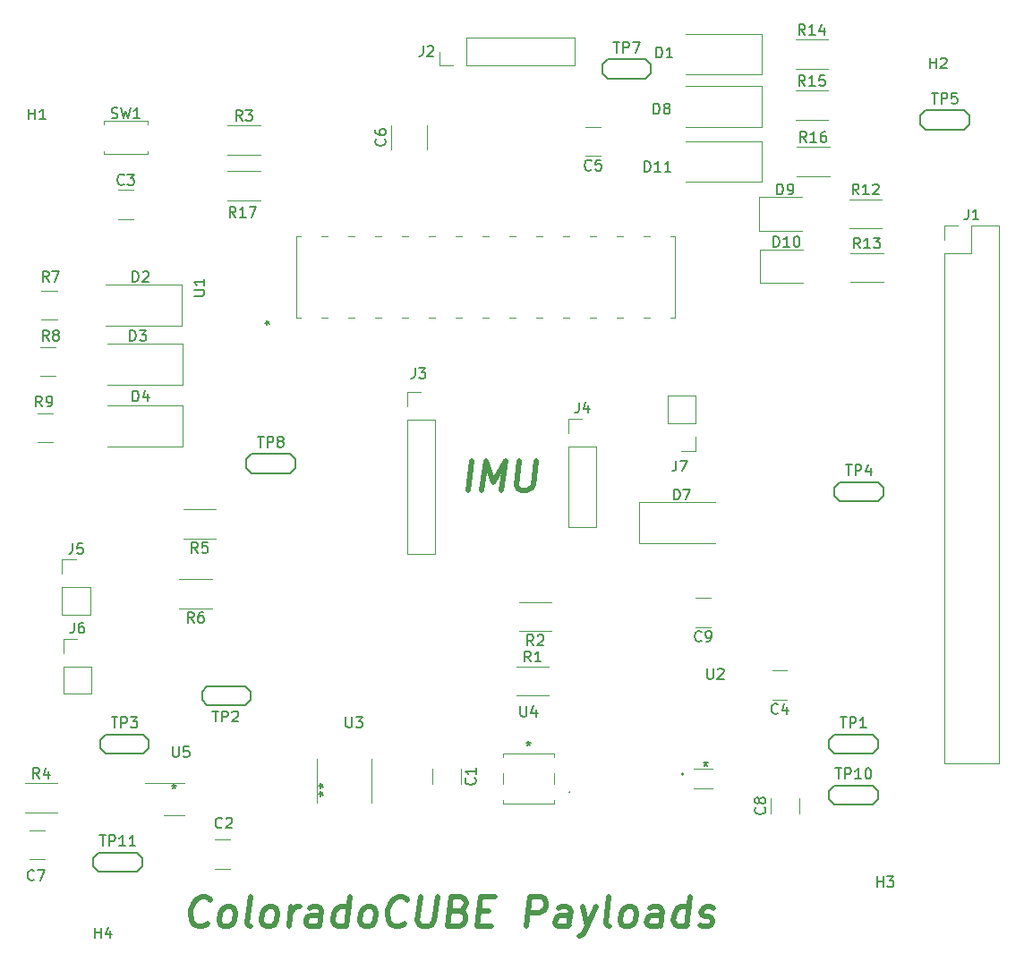
<source format=gto>
%TF.GenerationSoftware,KiCad,Pcbnew,(6.0.1)*%
%TF.CreationDate,2022-03-24T01:36:13-06:00*%
%TF.ProjectId,ColoradoCUBE_Payload,436f6c6f-7261-4646-9f43-5542455f5061,rev?*%
%TF.SameCoordinates,Original*%
%TF.FileFunction,Legend,Top*%
%TF.FilePolarity,Positive*%
%FSLAX46Y46*%
G04 Gerber Fmt 4.6, Leading zero omitted, Abs format (unit mm)*
G04 Created by KiCad (PCBNEW (6.0.1)) date 2022-03-24 01:36:13*
%MOMM*%
%LPD*%
G01*
G04 APERTURE LIST*
%ADD10C,0.500000*%
%ADD11C,0.150000*%
%ADD12C,0.120000*%
G04 APERTURE END LIST*
D10*
X123944508Y-127743857D02*
X123794829Y-127876904D01*
X123379056Y-128009952D01*
X123112960Y-128009952D01*
X122730448Y-127876904D01*
X122497615Y-127610809D01*
X122397829Y-127344714D01*
X122331306Y-126812523D01*
X122381198Y-126413380D01*
X122580770Y-125881190D01*
X122747079Y-125615095D01*
X123046437Y-125349000D01*
X123462210Y-125215952D01*
X123728306Y-125215952D01*
X124110818Y-125349000D01*
X124227234Y-125482047D01*
X125507818Y-128009952D02*
X125258353Y-127876904D01*
X125141937Y-127743857D01*
X125042151Y-127477761D01*
X125141937Y-126679476D01*
X125308246Y-126413380D01*
X125457925Y-126280333D01*
X125740651Y-126147285D01*
X126139794Y-126147285D01*
X126389258Y-126280333D01*
X126505675Y-126413380D01*
X126605460Y-126679476D01*
X126505675Y-127477761D01*
X126339365Y-127743857D01*
X126189687Y-127876904D01*
X125906960Y-128009952D01*
X125507818Y-128009952D01*
X128035722Y-128009952D02*
X127786258Y-127876904D01*
X127686472Y-127610809D01*
X127985829Y-125215952D01*
X129499246Y-128009952D02*
X129249782Y-127876904D01*
X129133365Y-127743857D01*
X129033579Y-127477761D01*
X129133365Y-126679476D01*
X129299675Y-126413380D01*
X129449353Y-126280333D01*
X129732079Y-126147285D01*
X130131222Y-126147285D01*
X130380687Y-126280333D01*
X130497103Y-126413380D01*
X130596889Y-126679476D01*
X130497103Y-127477761D01*
X130330794Y-127743857D01*
X130181115Y-127876904D01*
X129898389Y-128009952D01*
X129499246Y-128009952D01*
X131628008Y-128009952D02*
X131860841Y-126147285D01*
X131794318Y-126679476D02*
X131960627Y-126413380D01*
X132110306Y-126280333D01*
X132393032Y-126147285D01*
X132659127Y-126147285D01*
X134555056Y-128009952D02*
X134737996Y-126546428D01*
X134638210Y-126280333D01*
X134388746Y-126147285D01*
X133856556Y-126147285D01*
X133573829Y-126280333D01*
X134571687Y-127876904D02*
X134288960Y-128009952D01*
X133623722Y-128009952D01*
X133374258Y-127876904D01*
X133274472Y-127610809D01*
X133307734Y-127344714D01*
X133474044Y-127078619D01*
X133756770Y-126945571D01*
X134422008Y-126945571D01*
X134704734Y-126812523D01*
X137082960Y-128009952D02*
X137432210Y-125215952D01*
X137099591Y-127876904D02*
X136816865Y-128009952D01*
X136284675Y-128009952D01*
X136035210Y-127876904D01*
X135918794Y-127743857D01*
X135819008Y-127477761D01*
X135918794Y-126679476D01*
X136085103Y-126413380D01*
X136234782Y-126280333D01*
X136517508Y-126147285D01*
X137049698Y-126147285D01*
X137299163Y-126280333D01*
X138812579Y-128009952D02*
X138563115Y-127876904D01*
X138446698Y-127743857D01*
X138346913Y-127477761D01*
X138446698Y-126679476D01*
X138613008Y-126413380D01*
X138762687Y-126280333D01*
X139045413Y-126147285D01*
X139444556Y-126147285D01*
X139694020Y-126280333D01*
X139810437Y-126413380D01*
X139910222Y-126679476D01*
X139810437Y-127477761D01*
X139644127Y-127743857D01*
X139494448Y-127876904D01*
X139211722Y-128009952D01*
X138812579Y-128009952D01*
X142571175Y-127743857D02*
X142421496Y-127876904D01*
X142005722Y-128009952D01*
X141739627Y-128009952D01*
X141357115Y-127876904D01*
X141124282Y-127610809D01*
X141024496Y-127344714D01*
X140957972Y-126812523D01*
X141007865Y-126413380D01*
X141207437Y-125881190D01*
X141373746Y-125615095D01*
X141673103Y-125349000D01*
X142088877Y-125215952D01*
X142354972Y-125215952D01*
X142737484Y-125349000D01*
X142853901Y-125482047D01*
X144084591Y-125215952D02*
X143801865Y-127477761D01*
X143901651Y-127743857D01*
X144018068Y-127876904D01*
X144267532Y-128009952D01*
X144799722Y-128009952D01*
X145082448Y-127876904D01*
X145232127Y-127743857D01*
X145398437Y-127477761D01*
X145681163Y-125215952D01*
X147776663Y-126546428D02*
X148159175Y-126679476D01*
X148275591Y-126812523D01*
X148375377Y-127078619D01*
X148325484Y-127477761D01*
X148159175Y-127743857D01*
X148009496Y-127876904D01*
X147726770Y-128009952D01*
X146662389Y-128009952D01*
X147011639Y-125215952D01*
X147942972Y-125215952D01*
X148192437Y-125349000D01*
X148308853Y-125482047D01*
X148408639Y-125748142D01*
X148375377Y-126014238D01*
X148209068Y-126280333D01*
X148059389Y-126413380D01*
X147776663Y-126546428D01*
X146845329Y-126546428D01*
X149639329Y-126546428D02*
X150570663Y-126546428D01*
X150786865Y-128009952D02*
X149456389Y-128009952D01*
X149805639Y-125215952D01*
X151136115Y-125215952D01*
X154113056Y-128009952D02*
X154462306Y-125215952D01*
X155526687Y-125215952D01*
X155776151Y-125349000D01*
X155892568Y-125482047D01*
X155992353Y-125748142D01*
X155942460Y-126147285D01*
X155776151Y-126413380D01*
X155626472Y-126546428D01*
X155343746Y-126679476D01*
X154279365Y-126679476D01*
X158104484Y-128009952D02*
X158287425Y-126546428D01*
X158187639Y-126280333D01*
X157938175Y-126147285D01*
X157405984Y-126147285D01*
X157123258Y-126280333D01*
X158121115Y-127876904D02*
X157838389Y-128009952D01*
X157173151Y-128009952D01*
X156923687Y-127876904D01*
X156823901Y-127610809D01*
X156857163Y-127344714D01*
X157023472Y-127078619D01*
X157306198Y-126945571D01*
X157971437Y-126945571D01*
X158254163Y-126812523D01*
X159401698Y-126147285D02*
X159834103Y-128009952D01*
X160732175Y-126147285D02*
X159834103Y-128009952D01*
X159484853Y-128675190D01*
X159335175Y-128808238D01*
X159052448Y-128941285D01*
X161962865Y-128009952D02*
X161713401Y-127876904D01*
X161613615Y-127610809D01*
X161912972Y-125215952D01*
X163426389Y-128009952D02*
X163176925Y-127876904D01*
X163060508Y-127743857D01*
X162960722Y-127477761D01*
X163060508Y-126679476D01*
X163226818Y-126413380D01*
X163376496Y-126280333D01*
X163659222Y-126147285D01*
X164058365Y-126147285D01*
X164307829Y-126280333D01*
X164424246Y-126413380D01*
X164524032Y-126679476D01*
X164424246Y-127477761D01*
X164257937Y-127743857D01*
X164108258Y-127876904D01*
X163825532Y-128009952D01*
X163426389Y-128009952D01*
X166752579Y-128009952D02*
X166935520Y-126546428D01*
X166835734Y-126280333D01*
X166586270Y-126147285D01*
X166054079Y-126147285D01*
X165771353Y-126280333D01*
X166769210Y-127876904D02*
X166486484Y-128009952D01*
X165821246Y-128009952D01*
X165571782Y-127876904D01*
X165471996Y-127610809D01*
X165505258Y-127344714D01*
X165671568Y-127078619D01*
X165954294Y-126945571D01*
X166619532Y-126945571D01*
X166902258Y-126812523D01*
X169280484Y-128009952D02*
X169629734Y-125215952D01*
X169297115Y-127876904D02*
X169014389Y-128009952D01*
X168482198Y-128009952D01*
X168232734Y-127876904D01*
X168116318Y-127743857D01*
X168016532Y-127477761D01*
X168116318Y-126679476D01*
X168282627Y-126413380D01*
X168432306Y-126280333D01*
X168715032Y-126147285D01*
X169247222Y-126147285D01*
X169496687Y-126280333D01*
X170494544Y-127876904D02*
X170744008Y-128009952D01*
X171276198Y-128009952D01*
X171558925Y-127876904D01*
X171725234Y-127610809D01*
X171741865Y-127477761D01*
X171642079Y-127211666D01*
X171392615Y-127078619D01*
X170993472Y-127078619D01*
X170744008Y-126945571D01*
X170644222Y-126679476D01*
X170660853Y-126546428D01*
X170827163Y-126280333D01*
X171109889Y-126147285D01*
X171509032Y-126147285D01*
X171758496Y-126280333D01*
X148567389Y-86734952D02*
X148916639Y-83940952D01*
X149897865Y-86734952D02*
X150247115Y-83940952D01*
X150928984Y-85936666D01*
X152109782Y-83940952D01*
X151760532Y-86734952D01*
X153440258Y-83940952D02*
X153157532Y-86202761D01*
X153257318Y-86468857D01*
X153373734Y-86601904D01*
X153623198Y-86734952D01*
X154155389Y-86734952D01*
X154438115Y-86601904D01*
X154587794Y-86468857D01*
X154754103Y-86202761D01*
X155036829Y-83940952D01*
D11*
X113284095Y-129103380D02*
X113284095Y-128103380D01*
X113284095Y-128579571D02*
X113855523Y-128579571D01*
X113855523Y-129103380D02*
X113855523Y-128103380D01*
X114760285Y-128436714D02*
X114760285Y-129103380D01*
X114522190Y-128055761D02*
X114284095Y-128770047D01*
X114903142Y-128770047D01*
X107061095Y-51633380D02*
X107061095Y-50633380D01*
X107061095Y-51109571D02*
X107632523Y-51109571D01*
X107632523Y-51633380D02*
X107632523Y-50633380D01*
X108632523Y-51633380D02*
X108061095Y-51633380D01*
X108346809Y-51633380D02*
X108346809Y-50633380D01*
X108251571Y-50776238D01*
X108156333Y-50871476D01*
X108061095Y-50919095D01*
X192278095Y-46807380D02*
X192278095Y-45807380D01*
X192278095Y-46283571D02*
X192849523Y-46283571D01*
X192849523Y-46807380D02*
X192849523Y-45807380D01*
X193278095Y-45902619D02*
X193325714Y-45855000D01*
X193420952Y-45807380D01*
X193659047Y-45807380D01*
X193754285Y-45855000D01*
X193801904Y-45902619D01*
X193849523Y-45997857D01*
X193849523Y-46093095D01*
X193801904Y-46235952D01*
X193230476Y-46807380D01*
X193849523Y-46807380D01*
X187269095Y-124253380D02*
X187269095Y-123253380D01*
X187269095Y-123729571D02*
X187840523Y-123729571D01*
X187840523Y-124253380D02*
X187840523Y-123253380D01*
X188221476Y-123253380D02*
X188840523Y-123253380D01*
X188507190Y-123634333D01*
X188650047Y-123634333D01*
X188745285Y-123681952D01*
X188792904Y-123729571D01*
X188840523Y-123824809D01*
X188840523Y-124062904D01*
X188792904Y-124158142D01*
X188745285Y-124205761D01*
X188650047Y-124253380D01*
X188364333Y-124253380D01*
X188269095Y-124205761D01*
X188221476Y-124158142D01*
X120650095Y-110958380D02*
X120650095Y-111767904D01*
X120697714Y-111863142D01*
X120745333Y-111910761D01*
X120840571Y-111958380D01*
X121031047Y-111958380D01*
X121126285Y-111910761D01*
X121173904Y-111863142D01*
X121221523Y-111767904D01*
X121221523Y-110958380D01*
X122173904Y-110958380D02*
X121697714Y-110958380D01*
X121650095Y-111434571D01*
X121697714Y-111386952D01*
X121792952Y-111339333D01*
X122031047Y-111339333D01*
X122126285Y-111386952D01*
X122173904Y-111434571D01*
X122221523Y-111529809D01*
X122221523Y-111767904D01*
X122173904Y-111863142D01*
X122126285Y-111910761D01*
X122031047Y-111958380D01*
X121792952Y-111958380D01*
X121697714Y-111910761D01*
X121650095Y-111863142D01*
X120777000Y-114514380D02*
X120777000Y-114752476D01*
X120538904Y-114657238D02*
X120777000Y-114752476D01*
X121015095Y-114657238D01*
X120634142Y-114942952D02*
X120777000Y-114752476D01*
X120919857Y-114942952D01*
X108037333Y-113996380D02*
X107704000Y-113520190D01*
X107465904Y-113996380D02*
X107465904Y-112996380D01*
X107846857Y-112996380D01*
X107942095Y-113044000D01*
X107989714Y-113091619D01*
X108037333Y-113186857D01*
X108037333Y-113329714D01*
X107989714Y-113424952D01*
X107942095Y-113472571D01*
X107846857Y-113520190D01*
X107465904Y-113520190D01*
X108894476Y-113329714D02*
X108894476Y-113996380D01*
X108656380Y-112948761D02*
X108418285Y-113663047D01*
X109037333Y-113663047D01*
X107529333Y-123547142D02*
X107481714Y-123594761D01*
X107338857Y-123642380D01*
X107243619Y-123642380D01*
X107100761Y-123594761D01*
X107005523Y-123499523D01*
X106957904Y-123404285D01*
X106910285Y-123213809D01*
X106910285Y-123070952D01*
X106957904Y-122880476D01*
X107005523Y-122785238D01*
X107100761Y-122690000D01*
X107243619Y-122642380D01*
X107338857Y-122642380D01*
X107481714Y-122690000D01*
X107529333Y-122737619D01*
X107862666Y-122642380D02*
X108529333Y-122642380D01*
X108100761Y-123642380D01*
X166139904Y-51125380D02*
X166139904Y-50125380D01*
X166378000Y-50125380D01*
X166520857Y-50173000D01*
X166616095Y-50268238D01*
X166663714Y-50363476D01*
X166711333Y-50553952D01*
X166711333Y-50696809D01*
X166663714Y-50887285D01*
X166616095Y-50982523D01*
X166520857Y-51077761D01*
X166378000Y-51125380D01*
X166139904Y-51125380D01*
X167282761Y-50553952D02*
X167187523Y-50506333D01*
X167139904Y-50458714D01*
X167092285Y-50363476D01*
X167092285Y-50315857D01*
X167139904Y-50220619D01*
X167187523Y-50173000D01*
X167282761Y-50125380D01*
X167473238Y-50125380D01*
X167568476Y-50173000D01*
X167616095Y-50220619D01*
X167663714Y-50315857D01*
X167663714Y-50363476D01*
X167616095Y-50458714D01*
X167568476Y-50506333D01*
X167473238Y-50553952D01*
X167282761Y-50553952D01*
X167187523Y-50601571D01*
X167139904Y-50649190D01*
X167092285Y-50744428D01*
X167092285Y-50934904D01*
X167139904Y-51030142D01*
X167187523Y-51077761D01*
X167282761Y-51125380D01*
X167473238Y-51125380D01*
X167568476Y-51077761D01*
X167616095Y-51030142D01*
X167663714Y-50934904D01*
X167663714Y-50744428D01*
X167616095Y-50649190D01*
X167568476Y-50601571D01*
X167473238Y-50553952D01*
X125309333Y-118594142D02*
X125261714Y-118641761D01*
X125118857Y-118689380D01*
X125023619Y-118689380D01*
X124880761Y-118641761D01*
X124785523Y-118546523D01*
X124737904Y-118451285D01*
X124690285Y-118260809D01*
X124690285Y-118117952D01*
X124737904Y-117927476D01*
X124785523Y-117832238D01*
X124880761Y-117737000D01*
X125023619Y-117689380D01*
X125118857Y-117689380D01*
X125261714Y-117737000D01*
X125309333Y-117784619D01*
X125690285Y-117784619D02*
X125737904Y-117737000D01*
X125833142Y-117689380D01*
X126071238Y-117689380D01*
X126166476Y-117737000D01*
X126214095Y-117784619D01*
X126261714Y-117879857D01*
X126261714Y-117975095D01*
X126214095Y-118117952D01*
X125642666Y-118689380D01*
X126261714Y-118689380D01*
X111299666Y-99230380D02*
X111299666Y-99944666D01*
X111252047Y-100087523D01*
X111156809Y-100182761D01*
X111013952Y-100230380D01*
X110918714Y-100230380D01*
X112204428Y-99230380D02*
X112013952Y-99230380D01*
X111918714Y-99278000D01*
X111871095Y-99325619D01*
X111775857Y-99468476D01*
X111728238Y-99658952D01*
X111728238Y-100039904D01*
X111775857Y-100135142D01*
X111823476Y-100182761D01*
X111918714Y-100230380D01*
X112109190Y-100230380D01*
X112204428Y-100182761D01*
X112252047Y-100135142D01*
X112299666Y-100039904D01*
X112299666Y-99801809D01*
X112252047Y-99706571D01*
X112204428Y-99658952D01*
X112109190Y-99611333D01*
X111918714Y-99611333D01*
X111823476Y-99658952D01*
X111775857Y-99706571D01*
X111728238Y-99801809D01*
X154773333Y-101411380D02*
X154440000Y-100935190D01*
X154201904Y-101411380D02*
X154201904Y-100411380D01*
X154582857Y-100411380D01*
X154678095Y-100459000D01*
X154725714Y-100506619D01*
X154773333Y-100601857D01*
X154773333Y-100744714D01*
X154725714Y-100839952D01*
X154678095Y-100887571D01*
X154582857Y-100935190D01*
X154201904Y-100935190D01*
X155154285Y-100506619D02*
X155201904Y-100459000D01*
X155297142Y-100411380D01*
X155535238Y-100411380D01*
X155630476Y-100459000D01*
X155678095Y-100506619D01*
X155725714Y-100601857D01*
X155725714Y-100697095D01*
X155678095Y-100839952D01*
X155106666Y-101411380D01*
X155725714Y-101411380D01*
X154519333Y-102947380D02*
X154186000Y-102471190D01*
X153947904Y-102947380D02*
X153947904Y-101947380D01*
X154328857Y-101947380D01*
X154424095Y-101995000D01*
X154471714Y-102042619D01*
X154519333Y-102137857D01*
X154519333Y-102280714D01*
X154471714Y-102375952D01*
X154424095Y-102423571D01*
X154328857Y-102471190D01*
X153947904Y-102471190D01*
X155471714Y-102947380D02*
X154900285Y-102947380D01*
X155186000Y-102947380D02*
X155186000Y-101947380D01*
X155090761Y-102090238D01*
X154995523Y-102185476D01*
X154900285Y-102233095D01*
X149215142Y-113958666D02*
X149262761Y-114006285D01*
X149310380Y-114149142D01*
X149310380Y-114244380D01*
X149262761Y-114387238D01*
X149167523Y-114482476D01*
X149072285Y-114530095D01*
X148881809Y-114577714D01*
X148738952Y-114577714D01*
X148548476Y-114530095D01*
X148453238Y-114482476D01*
X148358000Y-114387238D01*
X148310380Y-114244380D01*
X148310380Y-114149142D01*
X148358000Y-114006285D01*
X148405619Y-113958666D01*
X149310380Y-113006285D02*
X149310380Y-113577714D01*
X149310380Y-113292000D02*
X148310380Y-113292000D01*
X148453238Y-113387238D01*
X148548476Y-113482476D01*
X148596095Y-113577714D01*
X116863904Y-78303380D02*
X116863904Y-77303380D01*
X117102000Y-77303380D01*
X117244857Y-77351000D01*
X117340095Y-77446238D01*
X117387714Y-77541476D01*
X117435333Y-77731952D01*
X117435333Y-77874809D01*
X117387714Y-78065285D01*
X117340095Y-78160523D01*
X117244857Y-78255761D01*
X117102000Y-78303380D01*
X116863904Y-78303380D01*
X118292476Y-77636714D02*
X118292476Y-78303380D01*
X118054380Y-77255761D02*
X117816285Y-77970047D01*
X118435333Y-77970047D01*
X116609904Y-72588380D02*
X116609904Y-71588380D01*
X116848000Y-71588380D01*
X116990857Y-71636000D01*
X117086095Y-71731238D01*
X117133714Y-71826476D01*
X117181333Y-72016952D01*
X117181333Y-72159809D01*
X117133714Y-72350285D01*
X117086095Y-72445523D01*
X116990857Y-72540761D01*
X116848000Y-72588380D01*
X116609904Y-72588380D01*
X117514666Y-71588380D02*
X118133714Y-71588380D01*
X117800380Y-71969333D01*
X117943238Y-71969333D01*
X118038476Y-72016952D01*
X118086095Y-72064571D01*
X118133714Y-72159809D01*
X118133714Y-72397904D01*
X118086095Y-72493142D01*
X118038476Y-72540761D01*
X117943238Y-72588380D01*
X117657523Y-72588380D01*
X117562285Y-72540761D01*
X117514666Y-72493142D01*
X116863904Y-67000380D02*
X116863904Y-66000380D01*
X117102000Y-66000380D01*
X117244857Y-66048000D01*
X117340095Y-66143238D01*
X117387714Y-66238476D01*
X117435333Y-66428952D01*
X117435333Y-66571809D01*
X117387714Y-66762285D01*
X117340095Y-66857523D01*
X117244857Y-66952761D01*
X117102000Y-67000380D01*
X116863904Y-67000380D01*
X117816285Y-66095619D02*
X117863904Y-66048000D01*
X117959142Y-66000380D01*
X118197238Y-66000380D01*
X118292476Y-66048000D01*
X118340095Y-66095619D01*
X118387714Y-66190857D01*
X118387714Y-66286095D01*
X118340095Y-66428952D01*
X117768666Y-67000380D01*
X118387714Y-67000380D01*
X165282714Y-56586380D02*
X165282714Y-55586380D01*
X165520809Y-55586380D01*
X165663666Y-55634000D01*
X165758904Y-55729238D01*
X165806523Y-55824476D01*
X165854142Y-56014952D01*
X165854142Y-56157809D01*
X165806523Y-56348285D01*
X165758904Y-56443523D01*
X165663666Y-56538761D01*
X165520809Y-56586380D01*
X165282714Y-56586380D01*
X166806523Y-56586380D02*
X166235095Y-56586380D01*
X166520809Y-56586380D02*
X166520809Y-55586380D01*
X166425571Y-55729238D01*
X166330333Y-55824476D01*
X166235095Y-55872095D01*
X167758904Y-56586380D02*
X167187476Y-56586380D01*
X167473190Y-56586380D02*
X167473190Y-55586380D01*
X167377952Y-55729238D01*
X167282714Y-55824476D01*
X167187476Y-55872095D01*
X177474714Y-63704380D02*
X177474714Y-62704380D01*
X177712809Y-62704380D01*
X177855666Y-62752000D01*
X177950904Y-62847238D01*
X177998523Y-62942476D01*
X178046142Y-63132952D01*
X178046142Y-63275809D01*
X177998523Y-63466285D01*
X177950904Y-63561523D01*
X177855666Y-63656761D01*
X177712809Y-63704380D01*
X177474714Y-63704380D01*
X178998523Y-63704380D02*
X178427095Y-63704380D01*
X178712809Y-63704380D02*
X178712809Y-62704380D01*
X178617571Y-62847238D01*
X178522333Y-62942476D01*
X178427095Y-62990095D01*
X179617571Y-62704380D02*
X179712809Y-62704380D01*
X179808047Y-62752000D01*
X179855666Y-62799619D01*
X179903285Y-62894857D01*
X179950904Y-63085333D01*
X179950904Y-63323428D01*
X179903285Y-63513904D01*
X179855666Y-63609142D01*
X179808047Y-63656761D01*
X179712809Y-63704380D01*
X179617571Y-63704380D01*
X179522333Y-63656761D01*
X179474714Y-63609142D01*
X179427095Y-63513904D01*
X179379476Y-63323428D01*
X179379476Y-63085333D01*
X179427095Y-62894857D01*
X179474714Y-62799619D01*
X179522333Y-62752000D01*
X179617571Y-62704380D01*
X177823904Y-58751380D02*
X177823904Y-57751380D01*
X178062000Y-57751380D01*
X178204857Y-57799000D01*
X178300095Y-57894238D01*
X178347714Y-57989476D01*
X178395333Y-58179952D01*
X178395333Y-58322809D01*
X178347714Y-58513285D01*
X178300095Y-58608523D01*
X178204857Y-58703761D01*
X178062000Y-58751380D01*
X177823904Y-58751380D01*
X178871523Y-58751380D02*
X179062000Y-58751380D01*
X179157238Y-58703761D01*
X179204857Y-58656142D01*
X179300095Y-58513285D01*
X179347714Y-58322809D01*
X179347714Y-57941857D01*
X179300095Y-57846619D01*
X179252476Y-57799000D01*
X179157238Y-57751380D01*
X178966761Y-57751380D01*
X178871523Y-57799000D01*
X178823904Y-57846619D01*
X178776285Y-57941857D01*
X178776285Y-58179952D01*
X178823904Y-58275190D01*
X178871523Y-58322809D01*
X178966761Y-58370428D01*
X179157238Y-58370428D01*
X179252476Y-58322809D01*
X179300095Y-58275190D01*
X179347714Y-58179952D01*
X180586142Y-53798380D02*
X180252809Y-53322190D01*
X180014714Y-53798380D02*
X180014714Y-52798380D01*
X180395666Y-52798380D01*
X180490904Y-52846000D01*
X180538523Y-52893619D01*
X180586142Y-52988857D01*
X180586142Y-53131714D01*
X180538523Y-53226952D01*
X180490904Y-53274571D01*
X180395666Y-53322190D01*
X180014714Y-53322190D01*
X181538523Y-53798380D02*
X180967095Y-53798380D01*
X181252809Y-53798380D02*
X181252809Y-52798380D01*
X181157571Y-52941238D01*
X181062333Y-53036476D01*
X180967095Y-53084095D01*
X182395666Y-52798380D02*
X182205190Y-52798380D01*
X182109952Y-52846000D01*
X182062333Y-52893619D01*
X181967095Y-53036476D01*
X181919476Y-53226952D01*
X181919476Y-53607904D01*
X181967095Y-53703142D01*
X182014714Y-53750761D01*
X182109952Y-53798380D01*
X182300428Y-53798380D01*
X182395666Y-53750761D01*
X182443285Y-53703142D01*
X182490904Y-53607904D01*
X182490904Y-53369809D01*
X182443285Y-53274571D01*
X182395666Y-53226952D01*
X182300428Y-53179333D01*
X182109952Y-53179333D01*
X182014714Y-53226952D01*
X181967095Y-53274571D01*
X181919476Y-53369809D01*
X180459142Y-48464380D02*
X180125809Y-47988190D01*
X179887714Y-48464380D02*
X179887714Y-47464380D01*
X180268666Y-47464380D01*
X180363904Y-47512000D01*
X180411523Y-47559619D01*
X180459142Y-47654857D01*
X180459142Y-47797714D01*
X180411523Y-47892952D01*
X180363904Y-47940571D01*
X180268666Y-47988190D01*
X179887714Y-47988190D01*
X181411523Y-48464380D02*
X180840095Y-48464380D01*
X181125809Y-48464380D02*
X181125809Y-47464380D01*
X181030571Y-47607238D01*
X180935333Y-47702476D01*
X180840095Y-47750095D01*
X182316285Y-47464380D02*
X181840095Y-47464380D01*
X181792476Y-47940571D01*
X181840095Y-47892952D01*
X181935333Y-47845333D01*
X182173428Y-47845333D01*
X182268666Y-47892952D01*
X182316285Y-47940571D01*
X182363904Y-48035809D01*
X182363904Y-48273904D01*
X182316285Y-48369142D01*
X182268666Y-48416761D01*
X182173428Y-48464380D01*
X181935333Y-48464380D01*
X181840095Y-48416761D01*
X181792476Y-48369142D01*
X180459142Y-43638380D02*
X180125809Y-43162190D01*
X179887714Y-43638380D02*
X179887714Y-42638380D01*
X180268666Y-42638380D01*
X180363904Y-42686000D01*
X180411523Y-42733619D01*
X180459142Y-42828857D01*
X180459142Y-42971714D01*
X180411523Y-43066952D01*
X180363904Y-43114571D01*
X180268666Y-43162190D01*
X179887714Y-43162190D01*
X181411523Y-43638380D02*
X180840095Y-43638380D01*
X181125809Y-43638380D02*
X181125809Y-42638380D01*
X181030571Y-42781238D01*
X180935333Y-42876476D01*
X180840095Y-42924095D01*
X182268666Y-42971714D02*
X182268666Y-43638380D01*
X182030571Y-42590761D02*
X181792476Y-43305047D01*
X182411523Y-43305047D01*
X122642333Y-99252380D02*
X122309000Y-98776190D01*
X122070904Y-99252380D02*
X122070904Y-98252380D01*
X122451857Y-98252380D01*
X122547095Y-98300000D01*
X122594714Y-98347619D01*
X122642333Y-98442857D01*
X122642333Y-98585714D01*
X122594714Y-98680952D01*
X122547095Y-98728571D01*
X122451857Y-98776190D01*
X122070904Y-98776190D01*
X123499476Y-98252380D02*
X123309000Y-98252380D01*
X123213761Y-98300000D01*
X123166142Y-98347619D01*
X123070904Y-98490476D01*
X123023285Y-98680952D01*
X123023285Y-99061904D01*
X123070904Y-99157142D01*
X123118523Y-99204761D01*
X123213761Y-99252380D01*
X123404238Y-99252380D01*
X123499476Y-99204761D01*
X123547095Y-99157142D01*
X123594714Y-99061904D01*
X123594714Y-98823809D01*
X123547095Y-98728571D01*
X123499476Y-98680952D01*
X123404238Y-98633333D01*
X123213761Y-98633333D01*
X123118523Y-98680952D01*
X123070904Y-98728571D01*
X123023285Y-98823809D01*
X123023333Y-92648380D02*
X122690000Y-92172190D01*
X122451904Y-92648380D02*
X122451904Y-91648380D01*
X122832857Y-91648380D01*
X122928095Y-91696000D01*
X122975714Y-91743619D01*
X123023333Y-91838857D01*
X123023333Y-91981714D01*
X122975714Y-92076952D01*
X122928095Y-92124571D01*
X122832857Y-92172190D01*
X122451904Y-92172190D01*
X123928095Y-91648380D02*
X123451904Y-91648380D01*
X123404285Y-92124571D01*
X123451904Y-92076952D01*
X123547142Y-92029333D01*
X123785238Y-92029333D01*
X123880476Y-92076952D01*
X123928095Y-92124571D01*
X123975714Y-92219809D01*
X123975714Y-92457904D01*
X123928095Y-92553142D01*
X123880476Y-92600761D01*
X123785238Y-92648380D01*
X123547142Y-92648380D01*
X123451904Y-92600761D01*
X123404285Y-92553142D01*
X176619142Y-116752666D02*
X176666761Y-116800285D01*
X176714380Y-116943142D01*
X176714380Y-117038380D01*
X176666761Y-117181238D01*
X176571523Y-117276476D01*
X176476285Y-117324095D01*
X176285809Y-117371714D01*
X176142952Y-117371714D01*
X175952476Y-117324095D01*
X175857238Y-117276476D01*
X175762000Y-117181238D01*
X175714380Y-117038380D01*
X175714380Y-116943142D01*
X175762000Y-116800285D01*
X175809619Y-116752666D01*
X176142952Y-116181238D02*
X176095333Y-116276476D01*
X176047714Y-116324095D01*
X175952476Y-116371714D01*
X175904857Y-116371714D01*
X175809619Y-116324095D01*
X175762000Y-116276476D01*
X175714380Y-116181238D01*
X175714380Y-115990761D01*
X175762000Y-115895523D01*
X175809619Y-115847904D01*
X175904857Y-115800285D01*
X175952476Y-115800285D01*
X176047714Y-115847904D01*
X176095333Y-115895523D01*
X176142952Y-115990761D01*
X176142952Y-116181238D01*
X176190571Y-116276476D01*
X176238190Y-116324095D01*
X176333428Y-116371714D01*
X176523904Y-116371714D01*
X176619142Y-116324095D01*
X176666761Y-116276476D01*
X176714380Y-116181238D01*
X176714380Y-115990761D01*
X176666761Y-115895523D01*
X176619142Y-115847904D01*
X176523904Y-115800285D01*
X176333428Y-115800285D01*
X176238190Y-115847904D01*
X176190571Y-115895523D01*
X176142952Y-115990761D01*
X160234333Y-56378142D02*
X160186714Y-56425761D01*
X160043857Y-56473380D01*
X159948619Y-56473380D01*
X159805761Y-56425761D01*
X159710523Y-56330523D01*
X159662904Y-56235285D01*
X159615285Y-56044809D01*
X159615285Y-55901952D01*
X159662904Y-55711476D01*
X159710523Y-55616238D01*
X159805761Y-55521000D01*
X159948619Y-55473380D01*
X160043857Y-55473380D01*
X160186714Y-55521000D01*
X160234333Y-55568619D01*
X161139095Y-55473380D02*
X160662904Y-55473380D01*
X160615285Y-55949571D01*
X160662904Y-55901952D01*
X160758142Y-55854333D01*
X160996238Y-55854333D01*
X161091476Y-55901952D01*
X161139095Y-55949571D01*
X161186714Y-56044809D01*
X161186714Y-56282904D01*
X161139095Y-56378142D01*
X161091476Y-56425761D01*
X160996238Y-56473380D01*
X160758142Y-56473380D01*
X160662904Y-56425761D01*
X160615285Y-56378142D01*
X177887333Y-107813142D02*
X177839714Y-107860761D01*
X177696857Y-107908380D01*
X177601619Y-107908380D01*
X177458761Y-107860761D01*
X177363523Y-107765523D01*
X177315904Y-107670285D01*
X177268285Y-107479809D01*
X177268285Y-107336952D01*
X177315904Y-107146476D01*
X177363523Y-107051238D01*
X177458761Y-106956000D01*
X177601619Y-106908380D01*
X177696857Y-106908380D01*
X177839714Y-106956000D01*
X177887333Y-107003619D01*
X178744476Y-107241714D02*
X178744476Y-107908380D01*
X178506380Y-106860761D02*
X178268285Y-107575047D01*
X178887333Y-107575047D01*
X116038333Y-57747142D02*
X115990714Y-57794761D01*
X115847857Y-57842380D01*
X115752619Y-57842380D01*
X115609761Y-57794761D01*
X115514523Y-57699523D01*
X115466904Y-57604285D01*
X115419285Y-57413809D01*
X115419285Y-57270952D01*
X115466904Y-57080476D01*
X115514523Y-56985238D01*
X115609761Y-56890000D01*
X115752619Y-56842380D01*
X115847857Y-56842380D01*
X115990714Y-56890000D01*
X116038333Y-56937619D01*
X116371666Y-56842380D02*
X116990714Y-56842380D01*
X116657380Y-57223333D01*
X116800238Y-57223333D01*
X116895476Y-57270952D01*
X116943095Y-57318571D01*
X116990714Y-57413809D01*
X116990714Y-57651904D01*
X116943095Y-57747142D01*
X116895476Y-57794761D01*
X116800238Y-57842380D01*
X116514523Y-57842380D01*
X116419285Y-57794761D01*
X116371666Y-57747142D01*
X170648333Y-100955142D02*
X170600714Y-101002761D01*
X170457857Y-101050380D01*
X170362619Y-101050380D01*
X170219761Y-101002761D01*
X170124523Y-100907523D01*
X170076904Y-100812285D01*
X170029285Y-100621809D01*
X170029285Y-100478952D01*
X170076904Y-100288476D01*
X170124523Y-100193238D01*
X170219761Y-100098000D01*
X170362619Y-100050380D01*
X170457857Y-100050380D01*
X170600714Y-100098000D01*
X170648333Y-100145619D01*
X171124523Y-101050380D02*
X171315000Y-101050380D01*
X171410238Y-101002761D01*
X171457857Y-100955142D01*
X171553095Y-100812285D01*
X171600714Y-100621809D01*
X171600714Y-100240857D01*
X171553095Y-100145619D01*
X171505476Y-100098000D01*
X171410238Y-100050380D01*
X171219761Y-100050380D01*
X171124523Y-100098000D01*
X171076904Y-100145619D01*
X171029285Y-100240857D01*
X171029285Y-100478952D01*
X171076904Y-100574190D01*
X171124523Y-100621809D01*
X171219761Y-100669428D01*
X171410238Y-100669428D01*
X171505476Y-100621809D01*
X171553095Y-100574190D01*
X171600714Y-100478952D01*
X126611142Y-60904380D02*
X126277809Y-60428190D01*
X126039714Y-60904380D02*
X126039714Y-59904380D01*
X126420666Y-59904380D01*
X126515904Y-59952000D01*
X126563523Y-59999619D01*
X126611142Y-60094857D01*
X126611142Y-60237714D01*
X126563523Y-60332952D01*
X126515904Y-60380571D01*
X126420666Y-60428190D01*
X126039714Y-60428190D01*
X127563523Y-60904380D02*
X126992095Y-60904380D01*
X127277809Y-60904380D02*
X127277809Y-59904380D01*
X127182571Y-60047238D01*
X127087333Y-60142476D01*
X126992095Y-60190095D01*
X127896857Y-59904380D02*
X128563523Y-59904380D01*
X128134952Y-60904380D01*
X185666142Y-63831380D02*
X185332809Y-63355190D01*
X185094714Y-63831380D02*
X185094714Y-62831380D01*
X185475666Y-62831380D01*
X185570904Y-62879000D01*
X185618523Y-62926619D01*
X185666142Y-63021857D01*
X185666142Y-63164714D01*
X185618523Y-63259952D01*
X185570904Y-63307571D01*
X185475666Y-63355190D01*
X185094714Y-63355190D01*
X186618523Y-63831380D02*
X186047095Y-63831380D01*
X186332809Y-63831380D02*
X186332809Y-62831380D01*
X186237571Y-62974238D01*
X186142333Y-63069476D01*
X186047095Y-63117095D01*
X186951857Y-62831380D02*
X187570904Y-62831380D01*
X187237571Y-63212333D01*
X187380428Y-63212333D01*
X187475666Y-63259952D01*
X187523285Y-63307571D01*
X187570904Y-63402809D01*
X187570904Y-63640904D01*
X187523285Y-63736142D01*
X187475666Y-63783761D01*
X187380428Y-63831380D01*
X187094714Y-63831380D01*
X186999476Y-63783761D01*
X186951857Y-63736142D01*
X185539142Y-58751380D02*
X185205809Y-58275190D01*
X184967714Y-58751380D02*
X184967714Y-57751380D01*
X185348666Y-57751380D01*
X185443904Y-57799000D01*
X185491523Y-57846619D01*
X185539142Y-57941857D01*
X185539142Y-58084714D01*
X185491523Y-58179952D01*
X185443904Y-58227571D01*
X185348666Y-58275190D01*
X184967714Y-58275190D01*
X186491523Y-58751380D02*
X185920095Y-58751380D01*
X186205809Y-58751380D02*
X186205809Y-57751380D01*
X186110571Y-57894238D01*
X186015333Y-57989476D01*
X185920095Y-58037095D01*
X186872476Y-57846619D02*
X186920095Y-57799000D01*
X187015333Y-57751380D01*
X187253428Y-57751380D01*
X187348666Y-57799000D01*
X187396285Y-57846619D01*
X187443904Y-57941857D01*
X187443904Y-58037095D01*
X187396285Y-58179952D01*
X186824857Y-58751380D01*
X187443904Y-58751380D01*
X127214333Y-51766380D02*
X126881000Y-51290190D01*
X126642904Y-51766380D02*
X126642904Y-50766380D01*
X127023857Y-50766380D01*
X127119095Y-50814000D01*
X127166714Y-50861619D01*
X127214333Y-50956857D01*
X127214333Y-51099714D01*
X127166714Y-51194952D01*
X127119095Y-51242571D01*
X127023857Y-51290190D01*
X126642904Y-51290190D01*
X127547666Y-50766380D02*
X128166714Y-50766380D01*
X127833380Y-51147333D01*
X127976238Y-51147333D01*
X128071476Y-51194952D01*
X128119095Y-51242571D01*
X128166714Y-51337809D01*
X128166714Y-51575904D01*
X128119095Y-51671142D01*
X128071476Y-51718761D01*
X127976238Y-51766380D01*
X127690523Y-51766380D01*
X127595285Y-51718761D01*
X127547666Y-51671142D01*
X108291333Y-78811380D02*
X107958000Y-78335190D01*
X107719904Y-78811380D02*
X107719904Y-77811380D01*
X108100857Y-77811380D01*
X108196095Y-77859000D01*
X108243714Y-77906619D01*
X108291333Y-78001857D01*
X108291333Y-78144714D01*
X108243714Y-78239952D01*
X108196095Y-78287571D01*
X108100857Y-78335190D01*
X107719904Y-78335190D01*
X108767523Y-78811380D02*
X108958000Y-78811380D01*
X109053238Y-78763761D01*
X109100857Y-78716142D01*
X109196095Y-78573285D01*
X109243714Y-78382809D01*
X109243714Y-78001857D01*
X109196095Y-77906619D01*
X109148476Y-77859000D01*
X109053238Y-77811380D01*
X108862761Y-77811380D01*
X108767523Y-77859000D01*
X108719904Y-77906619D01*
X108672285Y-78001857D01*
X108672285Y-78239952D01*
X108719904Y-78335190D01*
X108767523Y-78382809D01*
X108862761Y-78430428D01*
X109053238Y-78430428D01*
X109148476Y-78382809D01*
X109196095Y-78335190D01*
X109243714Y-78239952D01*
X108926333Y-72588380D02*
X108593000Y-72112190D01*
X108354904Y-72588380D02*
X108354904Y-71588380D01*
X108735857Y-71588380D01*
X108831095Y-71636000D01*
X108878714Y-71683619D01*
X108926333Y-71778857D01*
X108926333Y-71921714D01*
X108878714Y-72016952D01*
X108831095Y-72064571D01*
X108735857Y-72112190D01*
X108354904Y-72112190D01*
X109497761Y-72016952D02*
X109402523Y-71969333D01*
X109354904Y-71921714D01*
X109307285Y-71826476D01*
X109307285Y-71778857D01*
X109354904Y-71683619D01*
X109402523Y-71636000D01*
X109497761Y-71588380D01*
X109688238Y-71588380D01*
X109783476Y-71636000D01*
X109831095Y-71683619D01*
X109878714Y-71778857D01*
X109878714Y-71826476D01*
X109831095Y-71921714D01*
X109783476Y-71969333D01*
X109688238Y-72016952D01*
X109497761Y-72016952D01*
X109402523Y-72064571D01*
X109354904Y-72112190D01*
X109307285Y-72207428D01*
X109307285Y-72397904D01*
X109354904Y-72493142D01*
X109402523Y-72540761D01*
X109497761Y-72588380D01*
X109688238Y-72588380D01*
X109783476Y-72540761D01*
X109831095Y-72493142D01*
X109878714Y-72397904D01*
X109878714Y-72207428D01*
X109831095Y-72112190D01*
X109783476Y-72064571D01*
X109688238Y-72016952D01*
X108926333Y-67000380D02*
X108593000Y-66524190D01*
X108354904Y-67000380D02*
X108354904Y-66000380D01*
X108735857Y-66000380D01*
X108831095Y-66048000D01*
X108878714Y-66095619D01*
X108926333Y-66190857D01*
X108926333Y-66333714D01*
X108878714Y-66428952D01*
X108831095Y-66476571D01*
X108735857Y-66524190D01*
X108354904Y-66524190D01*
X109259666Y-66000380D02*
X109926333Y-66000380D01*
X109497761Y-67000380D01*
X168044904Y-87621380D02*
X168044904Y-86621380D01*
X168283000Y-86621380D01*
X168425857Y-86669000D01*
X168521095Y-86764238D01*
X168568714Y-86859476D01*
X168616333Y-87049952D01*
X168616333Y-87192809D01*
X168568714Y-87383285D01*
X168521095Y-87478523D01*
X168425857Y-87573761D01*
X168283000Y-87621380D01*
X168044904Y-87621380D01*
X168949666Y-86621380D02*
X169616333Y-86621380D01*
X169187761Y-87621380D01*
X166393904Y-45791380D02*
X166393904Y-44791380D01*
X166632000Y-44791380D01*
X166774857Y-44839000D01*
X166870095Y-44934238D01*
X166917714Y-45029476D01*
X166965333Y-45219952D01*
X166965333Y-45362809D01*
X166917714Y-45553285D01*
X166870095Y-45648523D01*
X166774857Y-45743761D01*
X166632000Y-45791380D01*
X166393904Y-45791380D01*
X167917714Y-45791380D02*
X167346285Y-45791380D01*
X167632000Y-45791380D02*
X167632000Y-44791380D01*
X167536761Y-44934238D01*
X167441523Y-45029476D01*
X167346285Y-45077095D01*
X140709142Y-53506666D02*
X140756761Y-53554285D01*
X140804380Y-53697142D01*
X140804380Y-53792380D01*
X140756761Y-53935238D01*
X140661523Y-54030476D01*
X140566285Y-54078095D01*
X140375809Y-54125714D01*
X140232952Y-54125714D01*
X140042476Y-54078095D01*
X139947238Y-54030476D01*
X139852000Y-53935238D01*
X139804380Y-53792380D01*
X139804380Y-53697142D01*
X139852000Y-53554285D01*
X139899619Y-53506666D01*
X139804380Y-52649523D02*
X139804380Y-52840000D01*
X139852000Y-52935238D01*
X139899619Y-52982857D01*
X140042476Y-53078095D01*
X140232952Y-53125714D01*
X140613904Y-53125714D01*
X140709142Y-53078095D01*
X140756761Y-53030476D01*
X140804380Y-52935238D01*
X140804380Y-52744761D01*
X140756761Y-52649523D01*
X140709142Y-52601904D01*
X140613904Y-52554285D01*
X140375809Y-52554285D01*
X140280571Y-52601904D01*
X140232952Y-52649523D01*
X140185333Y-52744761D01*
X140185333Y-52935238D01*
X140232952Y-53030476D01*
X140280571Y-53078095D01*
X140375809Y-53125714D01*
X162344095Y-44315380D02*
X162915523Y-44315380D01*
X162629809Y-45315380D02*
X162629809Y-44315380D01*
X163248857Y-45315380D02*
X163248857Y-44315380D01*
X163629809Y-44315380D01*
X163725047Y-44363000D01*
X163772666Y-44410619D01*
X163820285Y-44505857D01*
X163820285Y-44648714D01*
X163772666Y-44743952D01*
X163725047Y-44791571D01*
X163629809Y-44839190D01*
X163248857Y-44839190D01*
X164153619Y-44315380D02*
X164820285Y-44315380D01*
X164391714Y-45315380D01*
X153543095Y-107129330D02*
X153543095Y-107938854D01*
X153590714Y-108034092D01*
X153638333Y-108081711D01*
X153733571Y-108129330D01*
X153924047Y-108129330D01*
X154019285Y-108081711D01*
X154066904Y-108034092D01*
X154114523Y-107938854D01*
X154114523Y-107129330D01*
X155019285Y-107462664D02*
X155019285Y-108129330D01*
X154781190Y-107081711D02*
X154543095Y-107795997D01*
X155162142Y-107795997D01*
X154305000Y-110450380D02*
X154305000Y-110688476D01*
X154066904Y-110593238D02*
X154305000Y-110688476D01*
X154543095Y-110593238D01*
X154162142Y-110878952D02*
X154305000Y-110688476D01*
X154447857Y-110878952D01*
X122642380Y-68325904D02*
X123451904Y-68325904D01*
X123547142Y-68278285D01*
X123594761Y-68230666D01*
X123642380Y-68135428D01*
X123642380Y-67944952D01*
X123594761Y-67849714D01*
X123547142Y-67802095D01*
X123451904Y-67754476D01*
X122642380Y-67754476D01*
X123642380Y-66754476D02*
X123642380Y-67325904D01*
X123642380Y-67040190D02*
X122642380Y-67040190D01*
X122785238Y-67135428D01*
X122880476Y-67230666D01*
X122928095Y-67325904D01*
X129373380Y-70866000D02*
X129611476Y-70866000D01*
X129516238Y-71104095D02*
X129611476Y-70866000D01*
X129516238Y-70627904D01*
X129801952Y-71008857D02*
X129611476Y-70866000D01*
X129801952Y-70723142D01*
X129373380Y-70866000D02*
X129611476Y-70866000D01*
X129516238Y-71104095D02*
X129611476Y-70866000D01*
X129516238Y-70627904D01*
X129801952Y-71008857D02*
X129611476Y-70866000D01*
X129801952Y-70723142D01*
X159051666Y-78402380D02*
X159051666Y-79116666D01*
X159004047Y-79259523D01*
X158908809Y-79354761D01*
X158765952Y-79402380D01*
X158670714Y-79402380D01*
X159956428Y-78735714D02*
X159956428Y-79402380D01*
X159718333Y-78354761D02*
X159480238Y-79069047D01*
X160099285Y-79069047D01*
X124418095Y-107624380D02*
X124989523Y-107624380D01*
X124703809Y-108624380D02*
X124703809Y-107624380D01*
X125322857Y-108624380D02*
X125322857Y-107624380D01*
X125703809Y-107624380D01*
X125799047Y-107672000D01*
X125846666Y-107719619D01*
X125894285Y-107814857D01*
X125894285Y-107957714D01*
X125846666Y-108052952D01*
X125799047Y-108100571D01*
X125703809Y-108148190D01*
X125322857Y-108148190D01*
X126275238Y-107719619D02*
X126322857Y-107672000D01*
X126418095Y-107624380D01*
X126656190Y-107624380D01*
X126751428Y-107672000D01*
X126799047Y-107719619D01*
X126846666Y-107814857D01*
X126846666Y-107910095D01*
X126799047Y-108052952D01*
X126227619Y-108624380D01*
X126846666Y-108624380D01*
X171196095Y-103592380D02*
X171196095Y-104401904D01*
X171243714Y-104497142D01*
X171291333Y-104544761D01*
X171386571Y-104592380D01*
X171577047Y-104592380D01*
X171672285Y-104544761D01*
X171719904Y-104497142D01*
X171767523Y-104401904D01*
X171767523Y-103592380D01*
X172196095Y-103687619D02*
X172243714Y-103640000D01*
X172338952Y-103592380D01*
X172577047Y-103592380D01*
X172672285Y-103640000D01*
X172719904Y-103687619D01*
X172767523Y-103782857D01*
X172767523Y-103878095D01*
X172719904Y-104020952D01*
X172148476Y-104592380D01*
X172767523Y-104592380D01*
X171069000Y-112355380D02*
X171069000Y-112593476D01*
X170830904Y-112498238D02*
X171069000Y-112593476D01*
X171307095Y-112498238D01*
X170926142Y-112783952D02*
X171069000Y-112593476D01*
X171211857Y-112783952D01*
X128689095Y-81653380D02*
X129260523Y-81653380D01*
X128974809Y-82653380D02*
X128974809Y-81653380D01*
X129593857Y-82653380D02*
X129593857Y-81653380D01*
X129974809Y-81653380D01*
X130070047Y-81701000D01*
X130117666Y-81748619D01*
X130165285Y-81843857D01*
X130165285Y-81986714D01*
X130117666Y-82081952D01*
X130070047Y-82129571D01*
X129974809Y-82177190D01*
X129593857Y-82177190D01*
X130736714Y-82081952D02*
X130641476Y-82034333D01*
X130593857Y-81986714D01*
X130546238Y-81891476D01*
X130546238Y-81843857D01*
X130593857Y-81748619D01*
X130641476Y-81701000D01*
X130736714Y-81653380D01*
X130927190Y-81653380D01*
X131022428Y-81701000D01*
X131070047Y-81748619D01*
X131117666Y-81843857D01*
X131117666Y-81891476D01*
X131070047Y-81986714D01*
X131022428Y-82034333D01*
X130927190Y-82081952D01*
X130736714Y-82081952D01*
X130641476Y-82129571D01*
X130593857Y-82177190D01*
X130546238Y-82272428D01*
X130546238Y-82462904D01*
X130593857Y-82558142D01*
X130641476Y-82605761D01*
X130736714Y-82653380D01*
X130927190Y-82653380D01*
X131022428Y-82605761D01*
X131070047Y-82558142D01*
X131117666Y-82462904D01*
X131117666Y-82272428D01*
X131070047Y-82177190D01*
X131022428Y-82129571D01*
X130927190Y-82081952D01*
X143557666Y-75144380D02*
X143557666Y-75858666D01*
X143510047Y-76001523D01*
X143414809Y-76096761D01*
X143271952Y-76144380D01*
X143176714Y-76144380D01*
X143938619Y-75144380D02*
X144557666Y-75144380D01*
X144224333Y-75525333D01*
X144367190Y-75525333D01*
X144462428Y-75572952D01*
X144510047Y-75620571D01*
X144557666Y-75715809D01*
X144557666Y-75953904D01*
X144510047Y-76049142D01*
X144462428Y-76096761D01*
X144367190Y-76144380D01*
X144081476Y-76144380D01*
X143986238Y-76096761D01*
X143938619Y-76049142D01*
X183807095Y-108196380D02*
X184378523Y-108196380D01*
X184092809Y-109196380D02*
X184092809Y-108196380D01*
X184711857Y-109196380D02*
X184711857Y-108196380D01*
X185092809Y-108196380D01*
X185188047Y-108244000D01*
X185235666Y-108291619D01*
X185283285Y-108386857D01*
X185283285Y-108529714D01*
X185235666Y-108624952D01*
X185188047Y-108672571D01*
X185092809Y-108720190D01*
X184711857Y-108720190D01*
X186235666Y-109196380D02*
X185664238Y-109196380D01*
X185949952Y-109196380D02*
X185949952Y-108196380D01*
X185854714Y-108339238D01*
X185759476Y-108434476D01*
X185664238Y-108482095D01*
X192443095Y-49141380D02*
X193014523Y-49141380D01*
X192728809Y-50141380D02*
X192728809Y-49141380D01*
X193347857Y-50141380D02*
X193347857Y-49141380D01*
X193728809Y-49141380D01*
X193824047Y-49189000D01*
X193871666Y-49236619D01*
X193919285Y-49331857D01*
X193919285Y-49474714D01*
X193871666Y-49569952D01*
X193824047Y-49617571D01*
X193728809Y-49665190D01*
X193347857Y-49665190D01*
X194824047Y-49141380D02*
X194347857Y-49141380D01*
X194300238Y-49617571D01*
X194347857Y-49569952D01*
X194443095Y-49522333D01*
X194681190Y-49522333D01*
X194776428Y-49569952D01*
X194824047Y-49617571D01*
X194871666Y-49712809D01*
X194871666Y-49950904D01*
X194824047Y-50046142D01*
X194776428Y-50093761D01*
X194681190Y-50141380D01*
X194443095Y-50141380D01*
X194347857Y-50093761D01*
X194300238Y-50046142D01*
X183330904Y-113022380D02*
X183902333Y-113022380D01*
X183616619Y-114022380D02*
X183616619Y-113022380D01*
X184235666Y-114022380D02*
X184235666Y-113022380D01*
X184616619Y-113022380D01*
X184711857Y-113070000D01*
X184759476Y-113117619D01*
X184807095Y-113212857D01*
X184807095Y-113355714D01*
X184759476Y-113450952D01*
X184711857Y-113498571D01*
X184616619Y-113546190D01*
X184235666Y-113546190D01*
X185759476Y-114022380D02*
X185188047Y-114022380D01*
X185473761Y-114022380D02*
X185473761Y-113022380D01*
X185378523Y-113165238D01*
X185283285Y-113260476D01*
X185188047Y-113308095D01*
X186378523Y-113022380D02*
X186473761Y-113022380D01*
X186569000Y-113070000D01*
X186616619Y-113117619D01*
X186664238Y-113212857D01*
X186711857Y-113403333D01*
X186711857Y-113641428D01*
X186664238Y-113831904D01*
X186616619Y-113927142D01*
X186569000Y-113974761D01*
X186473761Y-114022380D01*
X186378523Y-114022380D01*
X186283285Y-113974761D01*
X186235666Y-113927142D01*
X186188047Y-113831904D01*
X186140428Y-113641428D01*
X186140428Y-113403333D01*
X186188047Y-113212857D01*
X186235666Y-113117619D01*
X186283285Y-113070000D01*
X186378523Y-113022380D01*
X114871666Y-51494761D02*
X115014523Y-51542380D01*
X115252619Y-51542380D01*
X115347857Y-51494761D01*
X115395476Y-51447142D01*
X115443095Y-51351904D01*
X115443095Y-51256666D01*
X115395476Y-51161428D01*
X115347857Y-51113809D01*
X115252619Y-51066190D01*
X115062142Y-51018571D01*
X114966904Y-50970952D01*
X114919285Y-50923333D01*
X114871666Y-50828095D01*
X114871666Y-50732857D01*
X114919285Y-50637619D01*
X114966904Y-50590000D01*
X115062142Y-50542380D01*
X115300238Y-50542380D01*
X115443095Y-50590000D01*
X115776428Y-50542380D02*
X116014523Y-51542380D01*
X116205000Y-50828095D01*
X116395476Y-51542380D01*
X116633571Y-50542380D01*
X117538333Y-51542380D02*
X116966904Y-51542380D01*
X117252619Y-51542380D02*
X117252619Y-50542380D01*
X117157380Y-50685238D01*
X117062142Y-50780476D01*
X116966904Y-50828095D01*
X168244666Y-83912380D02*
X168244666Y-84626666D01*
X168197047Y-84769523D01*
X168101809Y-84864761D01*
X167958952Y-84912380D01*
X167863714Y-84912380D01*
X168625619Y-83912380D02*
X169292285Y-83912380D01*
X168863714Y-84912380D01*
X184315095Y-84320380D02*
X184886523Y-84320380D01*
X184600809Y-85320380D02*
X184600809Y-84320380D01*
X185219857Y-85320380D02*
X185219857Y-84320380D01*
X185600809Y-84320380D01*
X185696047Y-84368000D01*
X185743666Y-84415619D01*
X185791285Y-84510857D01*
X185791285Y-84653714D01*
X185743666Y-84748952D01*
X185696047Y-84796571D01*
X185600809Y-84844190D01*
X185219857Y-84844190D01*
X186648428Y-84653714D02*
X186648428Y-85320380D01*
X186410333Y-84272761D02*
X186172238Y-84987047D01*
X186791285Y-84987047D01*
X137033095Y-108164380D02*
X137033095Y-108973904D01*
X137080714Y-109069142D01*
X137128333Y-109116761D01*
X137223571Y-109164380D01*
X137414047Y-109164380D01*
X137509285Y-109116761D01*
X137556904Y-109069142D01*
X137604523Y-108973904D01*
X137604523Y-108164380D01*
X137985476Y-108164380D02*
X138604523Y-108164380D01*
X138271190Y-108545333D01*
X138414047Y-108545333D01*
X138509285Y-108592952D01*
X138556904Y-108640571D01*
X138604523Y-108735809D01*
X138604523Y-108973904D01*
X138556904Y-109069142D01*
X138509285Y-109116761D01*
X138414047Y-109164380D01*
X138128333Y-109164380D01*
X138033095Y-109116761D01*
X137985476Y-109069142D01*
X134453380Y-115443000D02*
X134691476Y-115443000D01*
X134596238Y-115681095D02*
X134691476Y-115443000D01*
X134596238Y-115204904D01*
X134881952Y-115585857D02*
X134691476Y-115443000D01*
X134881952Y-115300142D01*
X134453380Y-114681000D02*
X134691476Y-114681000D01*
X134596238Y-114919095D02*
X134691476Y-114681000D01*
X134596238Y-114442904D01*
X134881952Y-114823857D02*
X134691476Y-114681000D01*
X134881952Y-114538142D01*
X114866095Y-108196380D02*
X115437523Y-108196380D01*
X115151809Y-109196380D02*
X115151809Y-108196380D01*
X115770857Y-109196380D02*
X115770857Y-108196380D01*
X116151809Y-108196380D01*
X116247047Y-108244000D01*
X116294666Y-108291619D01*
X116342285Y-108386857D01*
X116342285Y-108529714D01*
X116294666Y-108624952D01*
X116247047Y-108672571D01*
X116151809Y-108720190D01*
X115770857Y-108720190D01*
X116675619Y-108196380D02*
X117294666Y-108196380D01*
X116961333Y-108577333D01*
X117104190Y-108577333D01*
X117199428Y-108624952D01*
X117247047Y-108672571D01*
X117294666Y-108767809D01*
X117294666Y-109005904D01*
X117247047Y-109101142D01*
X117199428Y-109148761D01*
X117104190Y-109196380D01*
X116818476Y-109196380D01*
X116723238Y-109148761D01*
X116675619Y-109101142D01*
X113734904Y-119372380D02*
X114306333Y-119372380D01*
X114020619Y-120372380D02*
X114020619Y-119372380D01*
X114639666Y-120372380D02*
X114639666Y-119372380D01*
X115020619Y-119372380D01*
X115115857Y-119420000D01*
X115163476Y-119467619D01*
X115211095Y-119562857D01*
X115211095Y-119705714D01*
X115163476Y-119800952D01*
X115115857Y-119848571D01*
X115020619Y-119896190D01*
X114639666Y-119896190D01*
X116163476Y-120372380D02*
X115592047Y-120372380D01*
X115877761Y-120372380D02*
X115877761Y-119372380D01*
X115782523Y-119515238D01*
X115687285Y-119610476D01*
X115592047Y-119658095D01*
X117115857Y-120372380D02*
X116544428Y-120372380D01*
X116830142Y-120372380D02*
X116830142Y-119372380D01*
X116734904Y-119515238D01*
X116639666Y-119610476D01*
X116544428Y-119658095D01*
X144319666Y-44664380D02*
X144319666Y-45378666D01*
X144272047Y-45521523D01*
X144176809Y-45616761D01*
X144033952Y-45664380D01*
X143938714Y-45664380D01*
X144748238Y-44759619D02*
X144795857Y-44712000D01*
X144891095Y-44664380D01*
X145129190Y-44664380D01*
X145224428Y-44712000D01*
X145272047Y-44759619D01*
X145319666Y-44854857D01*
X145319666Y-44950095D01*
X145272047Y-45092952D01*
X144700619Y-45664380D01*
X145319666Y-45664380D01*
X111172666Y-91737380D02*
X111172666Y-92451666D01*
X111125047Y-92594523D01*
X111029809Y-92689761D01*
X110886952Y-92737380D01*
X110791714Y-92737380D01*
X112125047Y-91737380D02*
X111648857Y-91737380D01*
X111601238Y-92213571D01*
X111648857Y-92165952D01*
X111744095Y-92118333D01*
X111982190Y-92118333D01*
X112077428Y-92165952D01*
X112125047Y-92213571D01*
X112172666Y-92308809D01*
X112172666Y-92546904D01*
X112125047Y-92642142D01*
X112077428Y-92689761D01*
X111982190Y-92737380D01*
X111744095Y-92737380D01*
X111648857Y-92689761D01*
X111601238Y-92642142D01*
X195881666Y-60114380D02*
X195881666Y-60828666D01*
X195834047Y-60971523D01*
X195738809Y-61066761D01*
X195595952Y-61114380D01*
X195500714Y-61114380D01*
X196881666Y-61114380D02*
X196310238Y-61114380D01*
X196595952Y-61114380D02*
X196595952Y-60114380D01*
X196500714Y-60257238D01*
X196405476Y-60352476D01*
X196310238Y-60400095D01*
D12*
X119827002Y-117500997D02*
X121727001Y-117500997D01*
X118027000Y-114401001D02*
X121727001Y-114400998D01*
X106676936Y-114464000D02*
X109731064Y-114464000D01*
X106676936Y-117184000D02*
X109731064Y-117184000D01*
X108534252Y-121629000D02*
X107111748Y-121629000D01*
X108534252Y-118909000D02*
X107111748Y-118909000D01*
X176349000Y-48484000D02*
X169189000Y-48484000D01*
X176349000Y-52354000D02*
X176349000Y-48484000D01*
X169189000Y-52354000D02*
X176349000Y-52354000D01*
X126060252Y-122518000D02*
X124637748Y-122518000D01*
X126060252Y-119798000D02*
X124637748Y-119798000D01*
X110303000Y-100778000D02*
X111633000Y-100778000D01*
X110303000Y-102108000D02*
X110303000Y-100778000D01*
X110303000Y-103378000D02*
X110303000Y-105978000D01*
X112963000Y-103378000D02*
X112963000Y-105978000D01*
X110303000Y-105978000D02*
X112963000Y-105978000D01*
X110303000Y-103378000D02*
X112963000Y-103378000D01*
X156467064Y-100039000D02*
X153412936Y-100039000D01*
X156467064Y-97319000D02*
X153412936Y-97319000D01*
X153158936Y-103415000D02*
X156213064Y-103415000D01*
X153158936Y-106135000D02*
X156213064Y-106135000D01*
X147918000Y-113080748D02*
X147918000Y-114503252D01*
X145198000Y-113080748D02*
X145198000Y-114503252D01*
X121612000Y-78710000D02*
X114452000Y-78710000D01*
X121612000Y-82580000D02*
X121612000Y-78710000D01*
X114452000Y-82580000D02*
X121612000Y-82580000D01*
X121612000Y-72868000D02*
X114452000Y-72868000D01*
X121612000Y-76738000D02*
X121612000Y-72868000D01*
X114452000Y-76738000D02*
X121612000Y-76738000D01*
X121485000Y-67280000D02*
X114325000Y-67280000D01*
X121485000Y-71150000D02*
X121485000Y-67280000D01*
X114325000Y-71150000D02*
X121485000Y-71150000D01*
X176349000Y-53691000D02*
X169189000Y-53691000D01*
X176349000Y-57561000D02*
X176349000Y-53691000D01*
X169189000Y-57561000D02*
X176349000Y-57561000D01*
X176229000Y-63947000D02*
X176229000Y-67117000D01*
X176229000Y-67117000D02*
X180289000Y-67117000D01*
X180289000Y-63947000D02*
X176229000Y-63947000D01*
X176102000Y-58994000D02*
X176102000Y-62164000D01*
X176102000Y-62164000D02*
X180162000Y-62164000D01*
X180162000Y-58994000D02*
X176102000Y-58994000D01*
X179701936Y-54266000D02*
X182756064Y-54266000D01*
X179701936Y-56986000D02*
X182756064Y-56986000D01*
X179574936Y-48932000D02*
X182629064Y-48932000D01*
X179574936Y-51652000D02*
X182629064Y-51652000D01*
X179574936Y-44106000D02*
X182629064Y-44106000D01*
X179574936Y-46826000D02*
X182629064Y-46826000D01*
X124336064Y-97880000D02*
X121281936Y-97880000D01*
X124336064Y-95160000D02*
X121281936Y-95160000D01*
X124717064Y-91276000D02*
X121662936Y-91276000D01*
X124717064Y-88556000D02*
X121662936Y-88556000D01*
X177202000Y-117297252D02*
X177202000Y-115874748D01*
X179922000Y-117297252D02*
X179922000Y-115874748D01*
X161112252Y-55081000D02*
X159689748Y-55081000D01*
X161112252Y-52361000D02*
X159689748Y-52361000D01*
X178765252Y-106516000D02*
X177342748Y-106516000D01*
X178765252Y-103796000D02*
X177342748Y-103796000D01*
X115493748Y-58330000D02*
X116916252Y-58330000D01*
X115493748Y-61050000D02*
X116916252Y-61050000D01*
X171526252Y-99658000D02*
X170103748Y-99658000D01*
X171526252Y-96938000D02*
X170103748Y-96938000D01*
X125853936Y-56552000D02*
X128908064Y-56552000D01*
X125853936Y-59272000D02*
X128908064Y-59272000D01*
X184781936Y-64299000D02*
X187836064Y-64299000D01*
X184781936Y-67019000D02*
X187836064Y-67019000D01*
X184654936Y-59219000D02*
X187709064Y-59219000D01*
X184654936Y-61939000D02*
X187709064Y-61939000D01*
X125853936Y-52234000D02*
X128908064Y-52234000D01*
X125853936Y-54954000D02*
X128908064Y-54954000D01*
X109308737Y-79417000D02*
X107861263Y-79417000D01*
X109308737Y-82127000D02*
X107861263Y-82127000D01*
X109562737Y-73194000D02*
X108115263Y-73194000D01*
X109562737Y-75904000D02*
X108115263Y-75904000D01*
X109689737Y-67860000D02*
X108242263Y-67860000D01*
X109689737Y-70570000D02*
X108242263Y-70570000D01*
X164773000Y-91724000D02*
X171933000Y-91724000D01*
X164773000Y-87854000D02*
X164773000Y-91724000D01*
X171933000Y-87854000D02*
X164773000Y-87854000D01*
X176349000Y-43531000D02*
X169189000Y-43531000D01*
X176349000Y-47401000D02*
X176349000Y-43531000D01*
X169189000Y-47401000D02*
X176349000Y-47401000D01*
X141292000Y-54501252D02*
X141292000Y-52178748D01*
X144712000Y-54501252D02*
X144712000Y-52178748D01*
D11*
X161276000Y-47263000D02*
X161276000Y-46463000D01*
X165376000Y-47763000D02*
X161776000Y-47763000D01*
X165876000Y-46463000D02*
X165876000Y-47263000D01*
X161776000Y-47763000D02*
X161276000Y-47263000D01*
X161276000Y-46463000D02*
X161776000Y-45963000D01*
X165376000Y-45963000D02*
X165876000Y-46463000D01*
X161776000Y-45963000D02*
X165376000Y-45963000D01*
X165876000Y-47263000D02*
X165376000Y-47763000D01*
D12*
X151930100Y-111652050D02*
X151930100Y-111979710D01*
X156679900Y-114519710D02*
X156679900Y-113534190D01*
X156679900Y-111652050D02*
X151930100Y-111652050D01*
X151930100Y-116401850D02*
X156679900Y-116401850D01*
X156679900Y-111979710D02*
X156679900Y-111652050D01*
X156679900Y-116401850D02*
X156679900Y-116074190D01*
X151930100Y-113534190D02*
X151930100Y-114519710D01*
X151930100Y-116074190D02*
X151930100Y-116401850D01*
X158253700Y-115296950D02*
G75*
G03*
X158253700Y-115296950I-76200J0D01*
G01*
X142899892Y-62674500D02*
X142342108Y-62674500D01*
X160122108Y-70421500D02*
X160679892Y-70421500D01*
X150519892Y-62674500D02*
X149962108Y-62674500D01*
X167742108Y-70421500D02*
X168148000Y-70421500D01*
X160679892Y-62674500D02*
X160122108Y-62674500D01*
X153059892Y-62674500D02*
X152502108Y-62674500D01*
X145439892Y-62674500D02*
X144882108Y-62674500D01*
X144882108Y-70421500D02*
X145439892Y-70421500D01*
X132739892Y-62674500D02*
X132334000Y-62674500D01*
X139802108Y-70421500D02*
X140359892Y-70421500D01*
X147979892Y-62674500D02*
X147422108Y-62674500D01*
X134724140Y-70421500D02*
X135279892Y-70421500D01*
X137819892Y-62674500D02*
X137262108Y-62674500D01*
X155042108Y-70421500D02*
X155599892Y-70421500D01*
X165202108Y-70421500D02*
X165759892Y-70421500D01*
X142342108Y-70421500D02*
X142899892Y-70421500D01*
X168148000Y-62674500D02*
X167742108Y-62674500D01*
X162662108Y-70421500D02*
X163219892Y-70421500D01*
X132334000Y-70421500D02*
X132737860Y-70421500D01*
X158139892Y-62674500D02*
X157582108Y-62674500D01*
X132334000Y-62674500D02*
X132334000Y-70421500D01*
X137262108Y-70421500D02*
X137819892Y-70421500D01*
X165759892Y-62674500D02*
X165202108Y-62674500D01*
X157582108Y-70421500D02*
X158139892Y-70421500D01*
X155599892Y-62674500D02*
X155042108Y-62674500D01*
X149962108Y-70421500D02*
X150519892Y-70421500D01*
X147422108Y-70421500D02*
X147979892Y-70421500D01*
X135279892Y-62674500D02*
X134722108Y-62674500D01*
X152502108Y-70421500D02*
X153059892Y-70421500D01*
X163219892Y-62674500D02*
X162662108Y-62674500D01*
X168148000Y-70421500D02*
X168148000Y-62674500D01*
X140359892Y-62674500D02*
X139802108Y-62674500D01*
X158055000Y-79950000D02*
X159385000Y-79950000D01*
X158055000Y-90230000D02*
X160715000Y-90230000D01*
X158055000Y-81280000D02*
X158055000Y-79950000D01*
X160715000Y-82550000D02*
X160715000Y-90230000D01*
X158055000Y-82550000D02*
X160715000Y-82550000D01*
X158055000Y-82550000D02*
X158055000Y-90230000D01*
D11*
X123410000Y-105772000D02*
X123910000Y-105272000D01*
X127510000Y-107072000D02*
X123910000Y-107072000D01*
X123910000Y-107072000D02*
X123410000Y-106572000D01*
X123910000Y-105272000D02*
X127510000Y-105272000D01*
X128010000Y-105772000D02*
X128010000Y-106572000D01*
X128010000Y-106572000D02*
X127510000Y-107072000D01*
X123410000Y-106572000D02*
X123410000Y-105772000D01*
X127510000Y-105272000D02*
X128010000Y-105772000D01*
D12*
X169887900Y-114900050D02*
X171742100Y-114900050D01*
X171742100Y-113045850D02*
X169887900Y-113045850D01*
X168960900Y-113572950D02*
G75*
G03*
X168960900Y-113572950I-101600J0D01*
G01*
D11*
X127621000Y-84601000D02*
X127621000Y-83801000D01*
X128121000Y-85101000D02*
X127621000Y-84601000D01*
X131721000Y-85101000D02*
X128121000Y-85101000D01*
X131721000Y-83301000D02*
X132221000Y-83801000D01*
X132221000Y-83801000D02*
X132221000Y-84601000D01*
X128121000Y-83301000D02*
X131721000Y-83301000D01*
X127621000Y-83801000D02*
X128121000Y-83301000D01*
X132221000Y-84601000D02*
X131721000Y-85101000D01*
D12*
X142815000Y-92770000D02*
X145475000Y-92770000D01*
X142815000Y-78740000D02*
X142815000Y-77410000D01*
X142815000Y-80010000D02*
X142815000Y-92770000D01*
X142815000Y-77410000D02*
X144145000Y-77410000D01*
X145475000Y-80010000D02*
X145475000Y-92770000D01*
X142815000Y-80010000D02*
X145475000Y-80010000D01*
D11*
X182739000Y-110344000D02*
X183239000Y-109844000D01*
X183239000Y-109844000D02*
X186839000Y-109844000D01*
X186839000Y-109844000D02*
X187339000Y-110344000D01*
X182739000Y-111144000D02*
X182739000Y-110344000D01*
X187339000Y-111144000D02*
X186839000Y-111644000D01*
X187339000Y-110344000D02*
X187339000Y-111144000D01*
X186839000Y-111644000D02*
X183239000Y-111644000D01*
X183239000Y-111644000D02*
X182739000Y-111144000D01*
X191875000Y-50789000D02*
X195475000Y-50789000D01*
X191375000Y-51289000D02*
X191875000Y-50789000D01*
X195475000Y-52589000D02*
X191875000Y-52589000D01*
X195475000Y-50789000D02*
X195975000Y-51289000D01*
X195975000Y-52089000D02*
X195475000Y-52589000D01*
X191375000Y-52089000D02*
X191375000Y-51289000D01*
X195975000Y-51289000D02*
X195975000Y-52089000D01*
X191875000Y-52589000D02*
X191375000Y-52089000D01*
X182739000Y-115170000D02*
X183239000Y-114670000D01*
X186839000Y-116470000D02*
X183239000Y-116470000D01*
X187339000Y-115970000D02*
X186839000Y-116470000D01*
X183239000Y-116470000D02*
X182739000Y-115970000D01*
X183239000Y-114670000D02*
X186839000Y-114670000D01*
X187339000Y-115170000D02*
X187339000Y-115970000D01*
X186839000Y-114670000D02*
X187339000Y-115170000D01*
X182739000Y-115970000D02*
X182739000Y-115170000D01*
D12*
X114135000Y-52070000D02*
X114135000Y-51770000D01*
X118275000Y-54610000D02*
X118275000Y-54910000D01*
X118275000Y-54910000D02*
X114135000Y-54910000D01*
X114135000Y-51770000D02*
X118275000Y-51770000D01*
X118275000Y-51770000D02*
X118275000Y-52070000D01*
X114135000Y-54910000D02*
X114135000Y-54610000D01*
X170113000Y-80396000D02*
X170113000Y-77796000D01*
X170113000Y-81666000D02*
X170113000Y-82996000D01*
X170113000Y-82996000D02*
X168783000Y-82996000D01*
X167453000Y-80396000D02*
X167453000Y-77796000D01*
X170113000Y-77796000D02*
X167453000Y-77796000D01*
X170113000Y-80396000D02*
X167453000Y-80396000D01*
D11*
X187347000Y-85968000D02*
X187847000Y-86468000D01*
X183247000Y-86468000D02*
X183747000Y-85968000D01*
X187847000Y-87268000D02*
X187347000Y-87768000D01*
X183747000Y-87768000D02*
X183247000Y-87268000D01*
X183247000Y-87268000D02*
X183247000Y-86468000D01*
X187347000Y-87768000D02*
X183747000Y-87768000D01*
X187847000Y-86468000D02*
X187847000Y-87268000D01*
X183747000Y-85968000D02*
X187347000Y-85968000D01*
D12*
X139452350Y-116319300D02*
X139452350Y-112153700D01*
X134296150Y-112153700D02*
X134296150Y-116319300D01*
D11*
X117898000Y-111644000D02*
X114298000Y-111644000D01*
X113798000Y-111144000D02*
X113798000Y-110344000D01*
X118398000Y-110344000D02*
X118398000Y-111144000D01*
X113798000Y-110344000D02*
X114298000Y-109844000D01*
X114298000Y-109844000D02*
X117898000Y-109844000D01*
X114298000Y-111644000D02*
X113798000Y-111144000D01*
X118398000Y-111144000D02*
X117898000Y-111644000D01*
X117898000Y-109844000D02*
X118398000Y-110344000D01*
X117243000Y-122820000D02*
X113643000Y-122820000D01*
X113643000Y-121020000D02*
X117243000Y-121020000D01*
X117243000Y-121020000D02*
X117743000Y-121520000D01*
X113643000Y-122820000D02*
X113143000Y-122320000D01*
X117743000Y-121520000D02*
X117743000Y-122320000D01*
X113143000Y-121520000D02*
X113643000Y-121020000D01*
X117743000Y-122320000D02*
X117243000Y-122820000D01*
X113143000Y-122320000D02*
X113143000Y-121520000D01*
D12*
X145863000Y-46542000D02*
X145863000Y-45212000D01*
X148463000Y-46542000D02*
X148463000Y-43882000D01*
X147193000Y-46542000D02*
X145863000Y-46542000D01*
X148463000Y-46542000D02*
X158683000Y-46542000D01*
X158683000Y-46542000D02*
X158683000Y-43882000D01*
X148463000Y-43882000D02*
X158683000Y-43882000D01*
X110176000Y-95885000D02*
X110176000Y-98485000D01*
X112836000Y-95885000D02*
X112836000Y-98485000D01*
X110176000Y-94615000D02*
X110176000Y-93285000D01*
X110176000Y-95885000D02*
X112836000Y-95885000D01*
X110176000Y-98485000D02*
X112836000Y-98485000D01*
X110176000Y-93285000D02*
X111506000Y-93285000D01*
X196215000Y-64262000D02*
X196215000Y-61662000D01*
X193615000Y-112582000D02*
X198815000Y-112582000D01*
X193615000Y-61662000D02*
X194945000Y-61662000D01*
X198815000Y-61662000D02*
X198815000Y-112582000D01*
X193615000Y-64262000D02*
X196215000Y-64262000D01*
X196215000Y-61662000D02*
X198815000Y-61662000D01*
X193615000Y-62992000D02*
X193615000Y-61662000D01*
X193615000Y-64262000D02*
X193615000Y-112582000D01*
M02*

</source>
